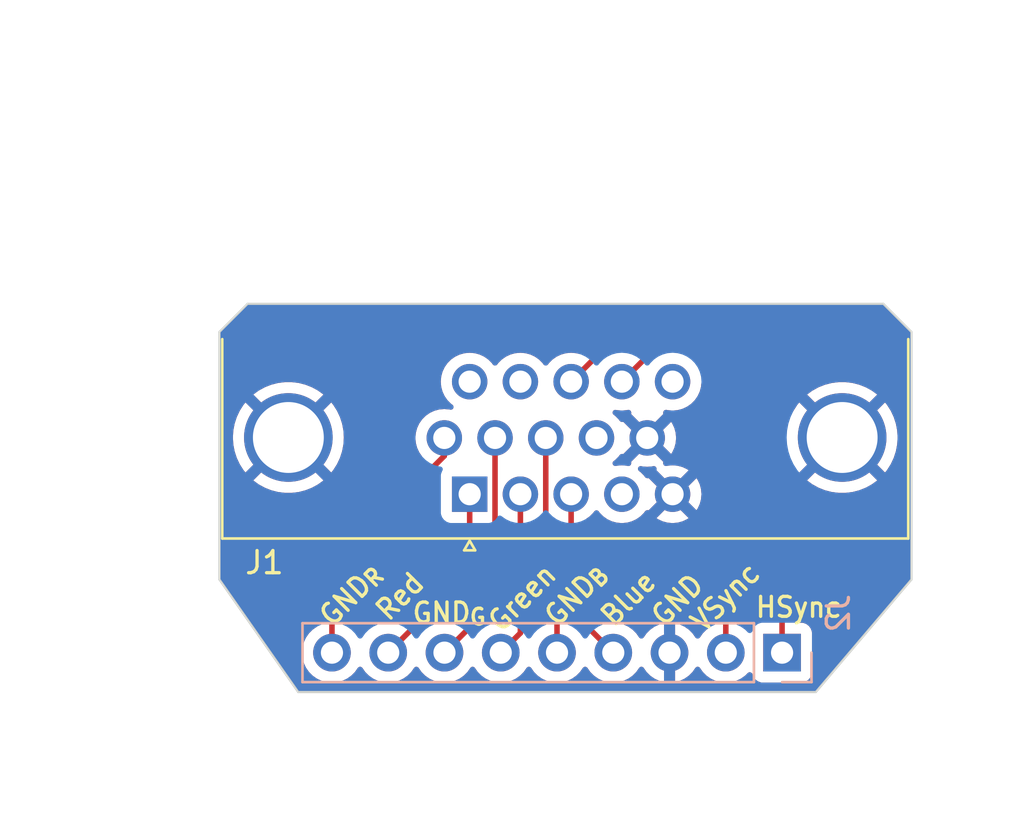
<source format=kicad_pcb>
(kicad_pcb (version 20221018) (generator pcbnew)
  (layers (0 "F.Cu" signal) (31 "B.Cu" signal) (34 "B.Paste" user) (35 "F.Paste" user) (36 "B.SilkS" user "B.Silkscreen") (37 "F.SilkS" user "F.Silkscreen") (38 "B.Mask" user) (39 "F.Mask" user) (44 "Edge.Cuts" user))
  (net 0 "")
  (net 1 "GND")
  (net 2 "/Red")
  (net 3 "/Green")
  (net 4 "/Blue")
  (net 6 "/GND_{red}")
  (net 7 "/GND_{green}")
  (net 8 "/GND_{blue}")
  (net 12 "/HSYNC")
  (net 13 "/VSYNC")
  (footprint "local:DSUB-15-HD_Female_Horizontal_P2.29x2.54mm_EdgePinOffset8.35mm_Housed_MountingHolesOffset10.89mm" (layer "F.Cu") (at 144.647 66.760331 180)
    (fp_text reference "J1" (at 9.265 -3.089669 180) (layer "F.SilkS"))
    (fp_text value "DE15_Receptacle_HighDensity_MountingHoles")
    (fp_line (start -19.8 -2) (end 11.17 -2) (stroke (width 0.12)) (layer "F.SilkS"))
    (fp_line (start -19.8 7) (end -19.8 -2) (stroke (width 0.12)) (layer "F.SilkS"))
    (fp_line (start -0.25 -2.534338) (end 0.25 -2.534338) (stroke (width 0.12)) (layer "F.SilkS"))
    (fp_line (start 0 -2.101325) (end -0.25 -2.534338) (stroke (width 0.12)) (layer "F.SilkS"))
    (fp_line (start 0.25 -2.534338) (end 0 -2.101325) (stroke (width 0.12)) (layer "F.SilkS"))
    (fp_line (start 11.17 -2) (end 11.17 7) (stroke (width 0.12)) (layer "F.SilkS"))
    (pad "0" thru_hole circle (at -16.815 2.56 180) (size 4 4) (drill 3.2) (layers "*.Cu" "*.Mask") (net 1 "GND"))
    (pad "0" thru_hole circle (at 8.185 2.56 180) (size 4 4) (drill 3.2) (layers "*.Cu" "*.Mask") (net 1 "GND"))
    (pad "1" thru_hole rect (at 0 0 180) (size 1.6 1.6) (drill 1) (layers "*.Cu" "*.Mask") (net 2 "/Red"))
    (pad "2" thru_hole circle (at -2.29 0 180) (size 1.6 1.6) (drill 1) (layers "*.Cu" "*.Mask") (net 3 "/Green"))
    (pad "3" thru_hole circle (at -4.58 0 180) (size 1.6 1.6) (drill 1) (layers "*.Cu" "*.Mask") (net 4 "/Blue"))
    (pad "4" thru_hole circle (at -6.87 0 180) (size 1.6 1.6) (drill 1) (layers "*.Cu" "*.Mask"))
    (pad "5" thru_hole circle (at -9.16 0 180) (size 1.6 1.6) (drill 1) (layers "*.Cu" "*.Mask") (net 1 "GND"))
    (pad "6" thru_hole circle (at 1.145 2.54 180) (size 1.6 1.6) (drill 1) (layers "*.Cu" "*.Mask") (net 6 "/GND_{red}"))
    (pad "7" thru_hole circle (at -1.145 2.54 180) (size 1.6 1.6) (drill 1) (layers "*.Cu" "*.Mask") (net 7 "/GND_{green}"))
    (pad "8" thru_hole circle (at -3.435 2.54 180) (size 1.6 1.6) (drill 1) (layers "*.Cu" "*.Mask") (net 8 "/GND_{blue}"))
    (pad "9" thru_hole circle (at -5.725 2.54 180) (size 1.6 1.6) (drill 1) (layers "*.Cu" "*.Mask"))
    (pad "10" thru_hole circle (at -8.015 2.54 180) (size 1.6 1.6) (drill 1) (layers "*.Cu" "*.Mask") (net 1 "GND"))
    (pad "11" thru_hole circle (at 0 5.08 180) (size 1.6 1.6) (drill 1) (layers "*.Cu" "*.Mask"))
    (pad "12" thru_hole circle (at -2.29 5.08 180) (size 1.6 1.6) (drill 1) (layers "*.Cu" "*.Mask"))
    (pad "13" thru_hole circle (at -4.58 5.08 180) (size 1.6 1.6) (drill 1) (layers "*.Cu" "*.Mask") (net 12 "/HSYNC"))
    (pad "14" thru_hole circle (at -6.87 5.08 180) (size 1.6 1.6) (drill 1) (layers "*.Cu" "*.Mask") (net 13 "/VSYNC"))
    (pad "15" thru_hole circle (at -9.16 5.08 180) (size 1.6 1.6) (drill 1) (layers "*.Cu" "*.Mask"))
  )
  (footprint "Connector_PinHeader_2.54mm:PinHeader_1x09_P2.54mm_Vertical" (layer "B.Cu") (at 158.75 73.914 90)
    (fp_text reference "J2" (at 1.778 2.54 90) (layer "B.SilkS") (effects (justify mirror)))
    (fp_text value "Conn_01x09")
    (fp_line (start -1.33 -21.65) (end 1.33 -21.65) (stroke (width 0.12)) (layer "B.SilkS"))
    (fp_line (start -1.33 -1.27) (end -1.33 -21.65) (stroke (width 0.12)) (layer "B.SilkS"))
    (fp_line (start -1.33 -1.27) (end 1.33 -1.27) (stroke (width 0.12)) (layer "B.SilkS"))
    (fp_line (start -1.33 0) (end -1.33 1.33) (stroke (width 0.12)) (layer "B.SilkS"))
    (fp_line (start -1.33 1.33) (end 0 1.33) (stroke (width 0.12)) (layer "B.SilkS"))
    (fp_line (start 1.33 -1.27) (end 1.33 -21.65) (stroke (width 0.12)) (layer "B.SilkS"))
    (pad "1" thru_hole rect (at 0 0 90) (size 1.7 1.7) (drill 1) (layers "*.Cu" "*.Mask") (net 12 "/HSYNC"))
    (pad "2" thru_hole oval (at 0 -2.54 90) (size 1.7 1.7) (drill 1) (layers "*.Cu" "*.Mask") (net 13 "/VSYNC"))
    (pad "3" thru_hole oval (at 0 -5.08 90) (size 1.7 1.7) (drill 1) (layers "*.Cu" "*.Mask") (net 1 "GND"))
    (pad "4" thru_hole oval (at 0 -7.62 90) (size 1.7 1.7) (drill 1) (layers "*.Cu" "*.Mask") (net 4 "/Blue"))
    (pad "5" thru_hole oval (at 0 -10.16 90) (size 1.7 1.7) (drill 1) (layers "*.Cu" "*.Mask") (net 8 "/GND_{blue}"))
    (pad "6" thru_hole oval (at 0 -12.7 90) (size 1.7 1.7) (drill 1) (layers "*.Cu" "*.Mask") (net 3 "/Green"))
    (pad "7" thru_hole oval (at 0 -15.24 90) (size 1.7 1.7) (drill 1) (layers "*.Cu" "*.Mask") (net 7 "/GND_{green}"))
    (pad "8" thru_hole oval (at 0 -17.78 90) (size 1.7 1.7) (drill 1) (layers "*.Cu" "*.Mask") (net 2 "/Red"))
    (pad "9" thru_hole oval (at 0 -20.32 90) (size 1.7 1.7) (drill 1) (layers "*.Cu" "*.Mask") (net 6 "/GND_{red}"))
  )
  (gr_line (start 164.592 59.436) (end 163.322 58.166) (stroke (width 0.1)) (layer "Edge.Cuts"))
  (gr_line (start 136.906 75.692) (end 133.35 70.612) (stroke (width 0.1)) (layer "Edge.Cuts"))
  (gr_line (start 164.592 59.436) (end 164.592 70.612) (stroke (width 0.1)) (layer "Edge.Cuts"))
  (gr_line (start 164.592 70.612) (end 160.274 75.692) (stroke (width 0.1)) (layer "Edge.Cuts"))
  (gr_line (start 160.274 75.692) (end 136.906 75.692) (stroke (width 0.1)) (layer "Edge.Cuts"))
  (gr_line (start 134.62 58.166) (end 163.322 58.166) (stroke (width 0.1)) (layer "Edge.Cuts"))
  (gr_line (start 133.35 59.436) (end 134.62 58.166) (stroke (width 0.1)) (layer "Edge.Cuts"))
  (gr_line (start 133.35 70.612) (end 133.35 59.436) (stroke (width 0.1)) (layer "Edge.Cuts"))
  (gr_text "GND" (at 153.416 72.898 45) (layer "F.SilkS") (effects (font (size 0.9 0.85)) (justify left bottom)))
  (gr_text "GND_{R}" (at 138.43 72.898 45) (layer "F.SilkS") (effects (font (size 0.9 0.85)) (justify left bottom)))
  (gr_text "VSync" (at 155.194 73.152 45) (layer "F.SilkS") (effects (font (size 0.9 0.85)) (justify left bottom)))
  (gr_text "GND_{B}" (at 148.59 72.898 45) (layer "F.SilkS") (effects (font (size 0.9 0.85)) (justify left bottom)))
  (gr_text "Red" (at 140.97 72.644 45) (layer "F.SilkS") (effects (font (size 0.9 0.85)) (justify left bottom)))
  (gr_text "Blue" (at 151.13 72.898 45) (layer "F.SilkS") (effects (font (size 0.9 0.85)) (justify left bottom)))
  (gr_text "HSync" (at 157.48 72.39) (layer "F.SilkS") (effects (font (size 0.9 0.85)) (justify left bottom)))
  (gr_text "Green" (at 146.05 73.152 45) (layer "F.SilkS") (effects (font (size 0.9 0.85)) (justify left bottom)))
  (gr_text "GND_{G}" (at 141.986 72.644) (layer "F.SilkS") (effects (font (size 0.9 0.85)) (justify left bottom)))
  (segment (start 140.97 73.914) (end 144.647 70.237) (width 0.25) (layer "F.Cu") (net 2))
  (segment (start 144.647 70.237) (end 144.647 66.760331) (width 0.25) (layer "F.Cu") (net 2))
  (segment (start 146.937 73.027) (end 146.937 66.760331) (width 0.25) (layer "F.Cu") (net 3))
  (segment (start 146.05 73.914) (end 146.937 73.027) (width 0.25) (layer "F.Cu") (net 3))
  (segment (start 149.227 72.011) (end 149.227 66.760331) (width 0.25) (layer "F.Cu") (net 4))
  (segment (start 151.13 73.914) (end 149.227 72.011) (width 0.25) (layer "F.Cu") (net 4))
  (segment (start 138.43 70.104) (end 143.502 65.032) (width 0.25) (layer "F.Cu") (net 6))
  (segment (start 138.43 73.914) (end 138.43 70.104) (width 0.25) (layer "F.Cu") (net 6))
  (segment (start 143.502 65.032) (end 143.502 64.220331) (width 0.25) (layer "F.Cu") (net 6))
  (segment (start 143.51 73.914) (end 145.792 71.632) (width 0.25) (layer "F.Cu") (net 7))
  (segment (start 145.792 71.632) (end 145.792 64.220331) (width 0.25) (layer "F.Cu") (net 7))
  (segment (start 148.59 73.914) (end 148.59 71.12) (width 0.25) (layer "F.Cu") (net 8))
  (segment (start 148.59 71.12) (end 148.082 70.612) (width 0.25) (layer "F.Cu") (net 8))
  (segment (start 148.082 70.612) (end 148.082 64.220331) (width 0.25) (layer "F.Cu") (net 8))
  (segment (start 154.872396 59.748) (end 151.159331 59.748) (width 0.25) (layer "F.Cu") (net 12))
  (segment (start 158.75 63.625604) (end 154.872396 59.748) (width 0.25) (layer "F.Cu") (net 12))
  (segment (start 151.159331 59.748) (end 149.227 61.680331) (width 0.25) (layer "F.Cu") (net 12))
  (segment (start 158.75 73.914) (end 158.75 63.625604) (width 0.25) (layer "F.Cu") (net 12))
  (segment (start 156.21 61.722) (end 154.686 60.198) (width 0.25) (layer "F.Cu") (net 13))
  (segment (start 156.21 73.914) (end 156.21 61.722) (width 0.25) (layer "F.Cu") (net 13))
  (segment (start 152.999331 60.198) (end 151.517 61.680331) (width 0.25) (layer "F.Cu") (net 13))
  (segment (start 154.686 60.198) (end 152.999331 60.198) (width 0.25) (layer "F.Cu") (net 13))
  (zone (net 1) (net_name "GND") (layer "F.Cu") (connect_pads (clearance 0.5)) (min_thickness 0.25) (fill yes (thermal_gap 0.5) (thermal_bridge_width 0.5))
    (polygon (pts (xy 124.206 81.026) (xy 169.418 81.026) (xy 169.672 44.45) (xy 123.698 45.72)))
  )
  (zone (net 1) (net_name "GND") (layer "B.Cu") (priority 1) (connect_pads (clearance 0.5)) (min_thickness 0.25) (fill yes (thermal_gap 0.5) (thermal_bridge_width 0.5))
    (polygon (pts (xy 168.91 81.28) (xy 169.672 44.45) (xy 123.444 45.72) (xy 124.206 80.772)))
  )
)
</source>
